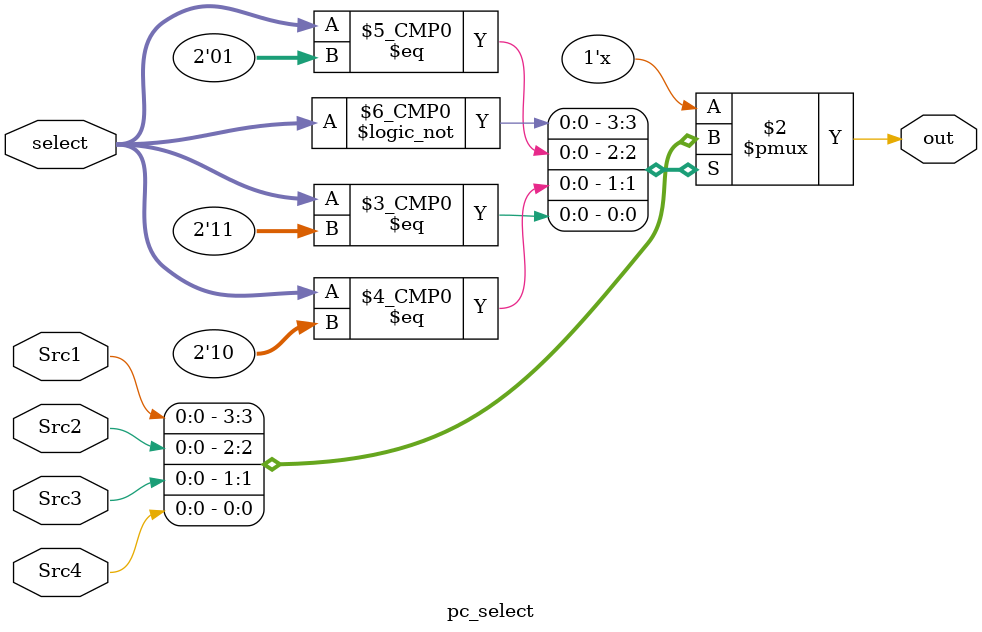
<source format=v>
`timescale 1ns/1ns
module pc_select (select, Src1, Src2, Src3, Src4, out);
    input [1:0]select;
    input  Src1, Src2, Src3, Src4;
    output out;
    reg out;
    always @(*) begin
        case (select)
            2'd0: out= Src1;
            2'd1: out= Src2;
            2'd2: out= Src3;
            2'd3: out= Src4;
            default: out=1'd0;
        endcase
    end
endmodule
</source>
